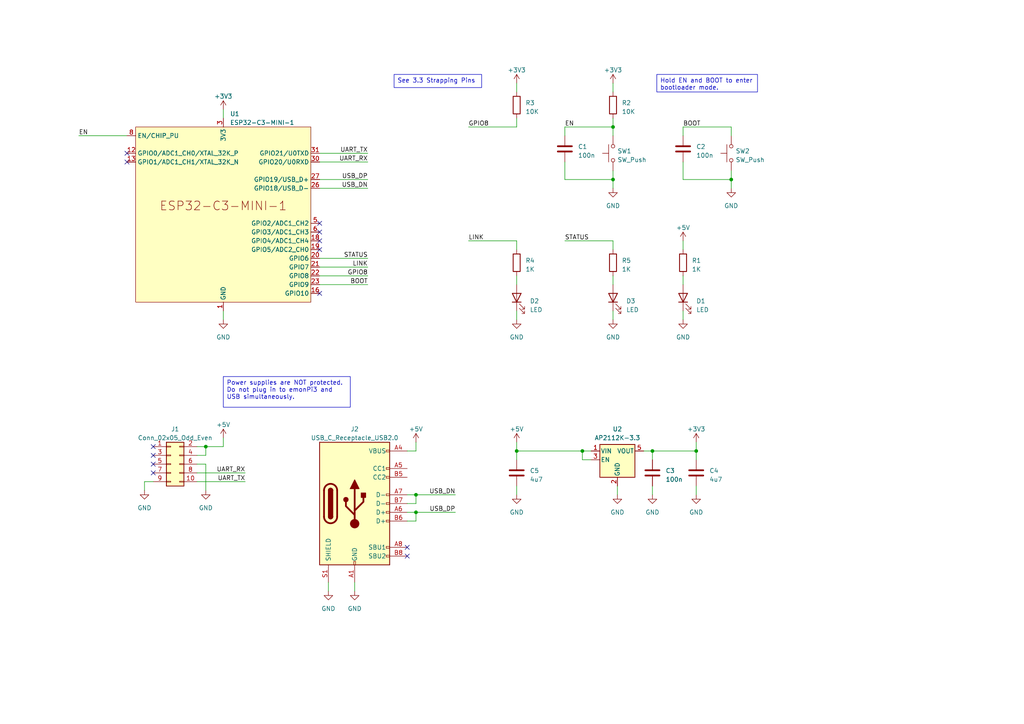
<source format=kicad_sch>
(kicad_sch (version 20230121) (generator eeschema)
  (paper "A4")
  (title_block (title "WiFi 26") (date "2024-03-24") (rev "v0.1-dev") (company "Open Energy Monitor / Tilt Ltd"))
  (lib_symbols
    (symbol "Connector:USB_C_Receptacle_USB2.0" (pin_names (offset 1.016))
      (property "Reference" "J" (at -10.16 19.05 0))
      (property "Value" "USB_C_Receptacle_USB2.0" (at 19.05 19.05 0))
      (symbol "USB_C_Receptacle_USB2.0_0_0"
        (rectangle (start -0.254 -17.78) (end 0.254 -16.764))
        (rectangle (start 10.16 -14.986) (end 9.144 -15.494))
        (rectangle (start 10.16 -12.446) (end 9.144 -12.954))
        (rectangle (start 10.16 -4.826) (end 9.144 -5.334))
        (rectangle (start 10.16 -2.286) (end 9.144 -2.794))
        (rectangle (start 10.16 0.254) (end 9.144 -0.254))
        (rectangle (start 10.16 2.794) (end 9.144 2.286))
        (rectangle (start 10.16 7.874) (end 9.144 7.366))
        (rectangle (start 10.16 10.414) (end 9.144 9.906))
        (rectangle (start 10.16 15.494) (end 9.144 14.986))
      )
      (symbol "USB_C_Receptacle_USB2.0_0_1"
        (rectangle (start -10.16 17.78) (end 10.16 -17.78) (stroke (width 0.254)) (fill (type background)))
        (arc (start -8.89 -3.81) (mid -6.985 -5.7067) (end -5.08 -3.81) (stroke (width 0.508)))
        (arc (start -7.62 -3.81) (mid -6.985 -4.4423) (end -6.35 -3.81) (stroke (width 0.254)))
        (arc (start -7.62 -3.81) (mid -6.985 -4.4423) (end -6.35 -3.81) (stroke (width 0.254)) (fill (type outline)))
        (rectangle (start -7.62 -3.81) (end -6.35 3.81) (stroke (width 0.254)) (fill (type outline)))
        (arc (start -6.35 3.81) (mid -6.985 4.4423) (end -7.62 3.81) (stroke (width 0.254)))
        (arc (start -6.35 3.81) (mid -6.985 4.4423) (end -7.62 3.81) (stroke (width 0.254)) (fill (type outline)))
        (arc (start -5.08 3.81) (mid -6.985 5.7067) (end -8.89 3.81) (stroke (width 0.508)))
        (circle (center -2.54 1.143) (radius 0.635) (stroke (width 0.254)) (fill (type outline)))
        (circle (center 0 -5.842) (radius 1.27) (fill (type outline)))
        (polyline (pts (xy -8.89 -3.81) (xy -8.89 3.81)) (stroke (width 0.508)))
        (polyline (pts (xy -5.08 3.81) (xy -5.08 -3.81)) (stroke (width 0.508)))
        (polyline (pts (xy 0 -5.842) (xy 0 4.318)) (stroke (width 0.508)))
        (polyline (pts (xy 0 -3.302) (xy -2.54 -0.762) (xy -2.54 0.508)) (stroke (width 0.508)))
        (polyline (pts (xy 0 -2.032) (xy 2.54 0.508) (xy 2.54 1.778)) (stroke (width 0.508)))
        (polyline (pts (xy -1.27 4.318) (xy 0 6.858) (xy 1.27 4.318) (xy -1.27 4.318)) (stroke (width 0.254)) (fill (type outline)))
        (rectangle (start 1.905 1.778) (end 3.175 3.048) (stroke (width 0.254)) (fill (type outline)))
      )
      (symbol "USB_C_Receptacle_USB2.0_1_1"
        (pin passive line (at 0 -22.86 90) (length 5.08) (name "GND") (number "A1"))
        (pin passive line (at 0 -22.86 90) (length 5.08) hide (name "GND") (number "A12"))
        (pin passive line (at 15.24 15.24 180) (length 5.08) (name "VBUS") (number "A4"))
        (pin bidirectional line (at 15.24 10.16 180) (length 5.08) (name "CC1") (number "A5"))
        (pin bidirectional line (at 15.24 -2.54 180) (length 5.08) (name "D+") (number "A6"))
        (pin bidirectional line (at 15.24 2.54 180) (length 5.08) (name "D-") (number "A7"))
        (pin bidirectional line (at 15.24 -12.7 180) (length 5.08) (name "SBU1") (number "A8"))
        (pin passive line (at 15.24 15.24 180) (length 5.08) hide (name "VBUS") (number "A9"))
        (pin passive line (at 0 -22.86 90) (length 5.08) hide (name "GND") (number "B1"))
        (pin passive line (at 0 -22.86 90) (length 5.08) hide (name "GND") (number "B12"))
        (pin passive line (at 15.24 15.24 180) (length 5.08) hide (name "VBUS") (number "B4"))
        (pin bidirectional line (at 15.24 7.62 180) (length 5.08) (name "CC2") (number "B5"))
        (pin bidirectional line (at 15.24 -5.08 180) (length 5.08) (name "D+") (number "B6"))
        (pin bidirectional line (at 15.24 0 180) (length 5.08) (name "D-") (number "B7"))
        (pin bidirectional line (at 15.24 -15.24 180) (length 5.08) (name "SBU2") (number "B8"))
        (pin passive line (at 15.24 15.24 180) (length 5.08) hide (name "VBUS") (number "B9"))
        (pin passive line (at -7.62 -22.86 90) (length 5.08) (name "SHIELD") (number "S1"))
      )
    )
    (symbol "Connector_Generic:Conn_02x05_Odd_Even" (pin_names (offset 1.016) hide)
      (property "Reference" "J" (at 1.27 7.62 0))
      (property "Value" "Conn_02x05_Odd_Even" (at 1.27 -7.62 0))
      (symbol "Conn_02x05_Odd_Even_1_1"
        (rectangle (start -1.27 -4.953) (end 0 -5.207) (stroke (width 0.1524)))
        (rectangle (start -1.27 -2.413) (end 0 -2.667) (stroke (width 0.1524)))
        (rectangle (start -1.27 0.127) (end 0 -0.127) (stroke (width 0.1524)))
        (rectangle (start -1.27 2.667) (end 0 2.413) (stroke (width 0.1524)))
        (rectangle (start -1.27 5.207) (end 0 4.953) (stroke (width 0.1524)))
        (rectangle (start -1.27 6.35) (end 3.81 -6.35) (stroke (width 0.254)) (fill (type background)))
        (rectangle (start 3.81 -4.953) (end 2.54 -5.207) (stroke (width 0.1524)))
        (rectangle (start 3.81 -2.413) (end 2.54 -2.667) (stroke (width 0.1524)))
        (rectangle (start 3.81 0.127) (end 2.54 -0.127) (stroke (width 0.1524)))
        (rectangle (start 3.81 2.667) (end 2.54 2.413) (stroke (width 0.1524)))
        (rectangle (start 3.81 5.207) (end 2.54 4.953) (stroke (width 0.1524)))
        (pin passive line (at -5.08 5.08 0) (length 3.81) (name "Pin_1") (number "1"))
        (pin passive line (at 7.62 -5.08 180) (length 3.81) (name "Pin_10") (number "10"))
        (pin passive line (at 7.62 5.08 180) (length 3.81) (name "Pin_2") (number "2"))
        (pin passive line (at -5.08 2.54 0) (length 3.81) (name "Pin_3") (number "3"))
        (pin passive line (at 7.62 2.54 180) (length 3.81) (name "Pin_4") (number "4"))
        (pin passive line (at -5.08 0 0) (length 3.81) (name "Pin_5") (number "5"))
        (pin passive line (at 7.62 0 180) (length 3.81) (name "Pin_6") (number "6"))
        (pin passive line (at -5.08 -2.54 0) (length 3.81) (name "Pin_7") (number "7"))
        (pin passive line (at 7.62 -2.54 180) (length 3.81) (name "Pin_8") (number "8"))
        (pin passive line (at -5.08 -5.08 0) (length 3.81) (name "Pin_9") (number "9"))
      )
    )
    (symbol "Device:C" (pin_numbers hide) (pin_names (offset 0.254))
      (property "Reference" "C" (at 0.635 2.54 0))
      (property "Value" "C" (at 0.635 -2.54 0))
      (symbol "C_0_1"
        (polyline (pts (xy -2.032 -0.762) (xy 2.032 -0.762)) (stroke (width 0.508)))
        (polyline (pts (xy -2.032 0.762) (xy 2.032 0.762)) (stroke (width 0.508)))
      )
      (symbol "C_1_1"
        (pin passive line (at 0 3.81 270) (length 2.794) (name "~") (number "1"))
        (pin passive line (at 0 -3.81 90) (length 2.794) (name "~") (number "2"))
      )
    )
    (symbol "Device:LED" (pin_numbers hide) (pin_names (offset 1.016) hide)
      (property "Reference" "D" (at 0 2.54 0))
      (property "Value" "LED" (at 0 -2.54 0))
      (symbol "LED_0_1"
        (polyline (pts (xy -1.27 -1.27) (xy -1.27 1.27)) (stroke (width 0.254)))
        (polyline (pts (xy -1.27 0) (xy 1.27 0)))
        (polyline (pts (xy 1.27 -1.27) (xy 1.27 1.27) (xy -1.27 0) (xy 1.27 -1.27)) (stroke (width 0.254)))
        (polyline (pts (xy -3.048 -0.762) (xy -4.572 -2.286) (xy -3.81 -2.286) (xy -4.572 -2.286) (xy -4.572 -1.524)))
        (polyline (pts (xy -1.778 -0.762) (xy -3.302 -2.286) (xy -2.54 -2.286) (xy -3.302 -2.286) (xy -3.302 -1.524)))
      )
      (symbol "LED_1_1"
        (pin passive line (at -3.81 0 0) (length 2.54) (name "K") (number "1"))
        (pin passive line (at 3.81 0 180) (length 2.54) (name "A") (number "2"))
      )
    )
    (symbol "Device:R" (pin_numbers hide) (pin_names (offset 0))
      (property "Reference" "R" (at 2.032 0 90))
      (property "Value" "R" (at 0 0 90))
      (symbol "R_0_1"
        (rectangle (start -1.016 -2.54) (end 1.016 2.54) (stroke (width 0.254)))
      )
      (symbol "R_1_1"
        (pin passive line (at 0 3.81 270) (length 1.27) (name "~") (number "1"))
        (pin passive line (at 0 -3.81 90) (length 1.27) (name "~") (number "2"))
      )
    )
    (symbol "PCM_Espressif:ESP32-C3-MINI-1"
      (property "Reference" "U" (at -25.4 30.48 0))
      (property "Value" "ESP32-C3-MINI-1" (at -25.4 27.94 0))
      (symbol "ESP32-C3-MINI-1_0_0"
        (text "ESP32-C3-MINI-1" (at 0 2.54 0) (effects (font (size 2.54 2.54))))
      )
      (symbol "ESP32-C3-MINI-1_0_1"
        (rectangle (start -25.4 25.4) (end 25.4 -25.4) (fill (type background)))
      )
      (symbol "ESP32-C3-MINI-1_1_1"
        (pin power_in line (at 0 -27.94 90) (length 2.54) (name "GND") (number "1"))
        (pin no_connect line (at -25.4 2.54 0) (length 2.54) hide (name "NC") (number "10"))
        (pin passive line (at 0 -27.94 90) (length 2.54) hide (name "GND") (number "11"))
        (pin bidirectional line (at -27.94 17.78 0) (length 2.54) (name "GPIO0/ADC1_CH0/XTAL_32K_P") (number "12"))
        (pin bidirectional line (at -27.94 15.24 0) (length 2.54) (name "GPIO1/ADC1_CH1/XTAL_32K_N") (number "13"))
        (pin passive line (at 0 -27.94 90) (length 2.54) hide (name "GND") (number "14"))
        (pin no_connect line (at -25.4 0 0) (length 2.54) hide (name "NC") (number "15"))
        (pin bidirectional line (at 27.94 -22.86 180) (length 2.54) (name "GPIO10") (number "16"))
        (pin no_connect line (at -25.4 -2.54 0) (length 2.54) hide (name "NC") (number "17"))
        (pin bidirectional line (at 27.94 -7.62 180) (length 2.54) (name "GPIO4/ADC1_CH4") (number "18"))
        (pin bidirectional line (at 27.94 -10.16 180) (length 2.54) (name "GPIO5/ADC2_CH0") (number "19"))
        (pin passive line (at 0 -27.94 90) (length 2.54) hide (name "GND") (number "2"))
        (pin bidirectional line (at 27.94 -12.7 180) (length 2.54) (name "GPIO6") (number "20"))
        (pin bidirectional line (at 27.94 -15.24 180) (length 2.54) (name "GPIO7") (number "21"))
        (pin bidirectional line (at 27.94 -17.78 180) (length 2.54) (name "GPIO8") (number "22"))
        (pin bidirectional line (at 27.94 -20.32 180) (length 2.54) (name "GPIO9") (number "23"))
        (pin no_connect line (at -25.4 -5.08 0) (length 2.54) hide (name "NC") (number "24"))
        (pin no_connect line (at -25.4 -7.62 0) (length 2.54) hide (name "NC") (number "25"))
        (pin bidirectional line (at 27.94 7.62 180) (length 2.54) (name "GPIO18/USB_D-") (number "26"))
        (pin bidirectional line (at 27.94 10.16 180) (length 2.54) (name "GPIO19/USB_D+") (number "27"))
        (pin no_connect line (at -25.4 -10.16 0) (length 2.54) hide (name "NC") (number "28"))
        (pin no_connect line (at -25.4 -12.7 0) (length 2.54) hide (name "NC") (number "29"))
        (pin power_in line (at 0 27.94 270) (length 2.54) (name "3V3") (number "3"))
        (pin bidirectional line (at 27.94 15.24 180) (length 2.54) (name "GPIO20/U0RXD") (number "30"))
        (pin bidirectional line (at 27.94 17.78 180) (length 2.54) (name "GPIO21/U0TXD") (number "31"))
        (pin no_connect line (at -25.4 -15.24 0) (length 2.54) hide (name "NC") (number "32"))
        (pin no_connect line (at -25.4 -17.78 0) (length 2.54) hide (name "NC") (number "33"))
        (pin no_connect line (at -25.4 -20.32 0) (length 2.54) hide (name "NC") (number "34"))
        (pin no_connect line (at -25.4 -22.86 0) (length 2.54) hide (name "NC") (number "35"))
        (pin passive line (at 0 -27.94 90) (length 2.54) hide (name "GND") (number "36"))
        (pin passive line (at 0 -27.94 90) (length 2.54) hide (name "GND") (number "37"))
        (pin passive line (at 0 -27.94 90) (length 2.54) hide (name "GND") (number "38"))
        (pin passive line (at 0 -27.94 90) (length 2.54) hide (name "GND") (number "39"))
        (pin no_connect line (at -25.4 10.16 0) (length 2.54) hide (name "NC") (number "4"))
        (pin passive line (at 0 -27.94 90) (length 2.54) hide (name "GND") (number "40"))
        (pin passive line (at 0 -27.94 90) (length 2.54) hide (name "GND") (number "41"))
        (pin passive line (at 0 -27.94 90) (length 2.54) hide (name "GND") (number "42"))
        (pin passive line (at 0 -27.94 90) (length 2.54) hide (name "GND") (number "43"))
        (pin passive line (at 0 -27.94 90) (length 2.54) hide (name "GND") (number "44"))
        (pin passive line (at 0 -27.94 90) (length 2.54) hide (name "GND") (number "45"))
        (pin passive line (at 0 -27.94 90) (length 2.54) hide (name "GND") (number "46"))
        (pin passive line (at 0 -27.94 90) (length 2.54) hide (name "GND") (number "47"))
        (pin passive line (at 0 -27.94 90) (length 2.54) hide (name "GND") (number "48"))
        (pin passive line (at 0 -27.94 90) (length 2.54) hide (name "GND") (number "49"))
        (pin bidirectional line (at 27.94 -2.54 180) (length 2.54) (name "GPIO2/ADC1_CH2") (number "5"))
        (pin passive line (at 0 -27.94 90) (length 2.54) hide (name "GND") (number "50"))
        (pin passive line (at 0 -27.94 90) (length 2.54) hide (name "GND") (number "51"))
        (pin passive line (at 0 -27.94 90) (length 2.54) hide (name "GND") (number "52"))
        (pin passive line (at 0 -27.94 90) (length 2.54) hide (name "GND") (number "53"))
        (pin bidirectional line (at 27.94 -5.08 180) (length 2.54) (name "GPIO3/ADC1_CH3") (number "6"))
        (pin no_connect line (at -25.4 7.62 0) (length 2.54) hide (name "NC") (number "7"))
        (pin input line (at -27.94 22.86 0) (length 2.54) (name "EN/CHIP_PU") (number "8"))
        (pin no_connect line (at -25.4 5.08 0) (length 2.54) hide (name "NC") (number "9"))
      )
    )
    (symbol "Regulator_Linear:AP2112K-3.3" (pin_names (offset 0.254))
      (property "Reference" "U" (at -5.08 5.715 0))
      (property "Value" "AP2112K-3.3" (at 0 5.715 0))
      (symbol "AP2112K-3.3_0_1"
        (rectangle (start -5.08 4.445) (end 5.08 -5.08) (stroke (width 0.254)) (fill (type background)))
      )
      (symbol "AP2112K-3.3_1_1"
        (pin power_in line (at -7.62 2.54 0) (length 2.54) (name "VIN") (number "1"))
        (pin power_in line (at 0 -7.62 90) (length 2.54) (name "GND") (number "2"))
        (pin input line (at -7.62 0 0) (length 2.54) (name "EN") (number "3"))
        (pin no_connect line (at 5.08 0 180) (length 2.54) hide (name "NC") (number "4"))
        (pin power_out line (at 7.62 2.54 180) (length 2.54) (name "VOUT") (number "5"))
      )
    )
    (symbol "Switch:SW_Push" (pin_numbers hide) (pin_names (offset 1.016) hide)
      (property "Reference" "SW" (at 1.27 2.54 0))
      (property "Value" "SW_Push" (at 0 -1.524 0))
      (symbol "SW_Push_0_1"
        (circle (center -2.032 0) (radius 0.508))
        (polyline (pts (xy 0 1.27) (xy 0 3.048)))
        (polyline (pts (xy 2.54 1.27) (xy -2.54 1.27)))
        (circle (center 2.032 0) (radius 0.508))
        (pin passive line (at -5.08 0 0) (length 2.54) (name "1") (number "1"))
        (pin passive line (at 5.08 0 180) (length 2.54) (name "2") (number "2"))
      )
    )
    (symbol "power:+3V3" (power) (pin_names (offset 0))
      (property "Value" "+3V3" (at 0 3.556 0))
      (symbol "+3V3_0_1"
        (polyline (pts (xy -0.762 1.27) (xy 0 2.54)))
        (polyline (pts (xy 0 0) (xy 0 2.54)))
        (polyline (pts (xy 0 2.54) (xy 0.762 1.27)))
      )
      (symbol "+3V3_1_1"
        (pin power_in line (at 0 0 90) (length 0) hide (name "+3V3") (number "1"))
      )
    )
    (symbol "power:+5V" (power) (pin_names (offset 0))
      (property "Value" "+5V" (at 0 3.556 0))
      (symbol "+5V_0_1"
        (polyline (pts (xy -0.762 1.27) (xy 0 2.54)))
        (polyline (pts (xy 0 0) (xy 0 2.54)))
        (polyline (pts (xy 0 2.54) (xy 0.762 1.27)))
      )
      (symbol "+5V_1_1"
        (pin power_in line (at 0 0 90) (length 0) hide (name "+5V") (number "1"))
      )
    )
    (symbol "power:GND" (power) (pin_names (offset 0))
      (property "Value" "GND" (at 0 -3.81 0))
      (symbol "GND_0_1"
        (polyline (pts (xy 0 0) (xy 0 -1.27) (xy 1.27 -1.27) (xy 0 -2.54) (xy -1.27 -1.27) (xy 0 -1.27)))
      )
      (symbol "GND_1_1"
        (pin power_in line (at 0 0 270) (length 0) hide (name "GND") (number "1"))
      )
    )
  )
  (junction (at 120.65 143.51))
  (junction (at 212.09 52.07))
  (junction (at 177.8 52.07))
  (junction (at 149.86 130.81))
  (junction (at 59.69 129.54))
  (junction (at 168.91 130.81))
  (junction (at 189.23 130.81))
  (junction (at 201.93 130.81))
  (junction (at 120.65 148.59))
  (junction (at 177.8 36.83))
  (no_connect (at 36.83 46.99))
  (no_connect (at 118.11 161.29))
  (no_connect (at 118.11 158.75))
  (no_connect (at 44.45 129.54))
  (no_connect (at 92.71 67.31))
  (no_connect (at 92.71 72.39))
  (no_connect (at 44.45 132.08))
  (no_connect (at 92.71 64.77))
  (no_connect (at 92.71 69.85))
  (no_connect (at 44.45 137.16))
  (no_connect (at 44.45 134.62))
  (no_connect (at 36.83 44.45))
  (no_connect (at 92.71 85.09))
  (wire (pts (xy 198.12 39.37) (xy 198.12 36.83)))
  (wire (pts (xy 149.86 24.13) (xy 149.86 26.67)))
  (wire (pts (xy 163.83 52.07) (xy 177.8 52.07)))
  (wire (pts (xy 177.8 24.13) (xy 177.8 26.67)))
  (wire (pts (xy 198.12 52.07) (xy 212.09 52.07)))
  (wire (pts (xy 92.71 44.45) (xy 106.68 44.45)))
  (wire (pts (xy 64.77 90.17) (xy 64.77 92.71)))
  (wire (pts (xy 177.8 80.01) (xy 177.8 82.55)))
  (wire (pts (xy 201.93 140.97) (xy 201.93 143.51)))
  (wire (pts (xy 149.86 130.81) (xy 149.86 133.35)))
  (wire (pts (xy 177.8 52.07) (xy 177.8 49.53)))
  (wire (pts (xy 120.65 143.51) (xy 132.08 143.51)))
  (wire (pts (xy 57.15 139.7) (xy 71.12 139.7)))
  (wire (pts (xy 177.8 90.17) (xy 177.8 92.71)))
  (wire (pts (xy 95.25 168.91) (xy 95.25 171.45)))
  (wire (pts (xy 177.8 34.29) (xy 177.8 36.83)))
  (wire (pts (xy 118.11 148.59) (xy 120.65 148.59)))
  (wire (pts (xy 189.23 130.81) (xy 201.93 130.81)))
  (wire (pts (xy 163.83 46.99) (xy 163.83 52.07)))
  (wire (pts (xy 120.65 148.59) (xy 120.65 151.13)))
  (wire (pts (xy 57.15 134.62) (xy 59.69 134.62)))
  (wire (pts (xy 120.65 151.13) (xy 118.11 151.13)))
  (wire (pts (xy 57.15 137.16) (xy 71.12 137.16)))
  (wire (pts (xy 198.12 36.83) (xy 212.09 36.83)))
  (wire (pts (xy 198.12 46.99) (xy 198.12 52.07)))
  (wire (pts (xy 120.65 130.81) (xy 120.65 128.27)))
  (wire (pts (xy 64.77 129.54) (xy 64.77 127)))
  (wire (pts (xy 189.23 130.81) (xy 189.23 133.35)))
  (wire (pts (xy 57.15 132.08) (xy 59.69 132.08)))
  (wire (pts (xy 168.91 133.35) (xy 168.91 130.81)))
  (wire (pts (xy 92.71 82.55) (xy 106.68 82.55)))
  (wire (pts (xy 92.71 80.01) (xy 106.68 80.01)))
  (wire (pts (xy 198.12 69.85) (xy 198.12 72.39)))
  (wire (pts (xy 149.86 34.29) (xy 149.86 36.83)))
  (wire (pts (xy 149.86 80.01) (xy 149.86 82.55)))
  (wire (pts (xy 163.83 36.83) (xy 177.8 36.83)))
  (wire (pts (xy 189.23 140.97) (xy 189.23 143.51)))
  (wire (pts (xy 92.71 77.47) (xy 106.68 77.47)))
  (wire (pts (xy 177.8 52.07) (xy 177.8 54.61)))
  (wire (pts (xy 201.93 128.27) (xy 201.93 130.81)))
  (wire (pts (xy 92.71 52.07) (xy 106.68 52.07)))
  (wire (pts (xy 92.71 74.93) (xy 106.68 74.93)))
  (wire (pts (xy 120.65 148.59) (xy 132.08 148.59)))
  (wire (pts (xy 59.69 129.54) (xy 64.77 129.54)))
  (wire (pts (xy 171.45 130.81) (xy 168.91 130.81)))
  (wire (pts (xy 163.83 39.37) (xy 163.83 36.83)))
  (wire (pts (xy 41.91 139.7) (xy 41.91 142.24)))
  (wire (pts (xy 118.11 130.81) (xy 120.65 130.81)))
  (wire (pts (xy 149.86 69.85) (xy 149.86 72.39)))
  (wire (pts (xy 177.8 69.85) (xy 177.8 72.39)))
  (wire (pts (xy 212.09 52.07) (xy 212.09 54.61)))
  (wire (pts (xy 120.65 143.51) (xy 118.11 143.51)))
  (wire (pts (xy 163.83 69.85) (xy 177.8 69.85)))
  (wire (pts (xy 171.45 133.35) (xy 168.91 133.35)))
  (wire (pts (xy 212.09 36.83) (xy 212.09 39.37)))
  (wire (pts (xy 186.69 130.81) (xy 189.23 130.81)))
  (wire (pts (xy 177.8 36.83) (xy 177.8 39.37)))
  (wire (pts (xy 92.71 54.61) (xy 106.68 54.61)))
  (wire (pts (xy 135.89 69.85) (xy 149.86 69.85)))
  (wire (pts (xy 57.15 129.54) (xy 59.69 129.54)))
  (wire (pts (xy 59.69 132.08) (xy 59.69 129.54)))
  (wire (pts (xy 92.71 46.99) (xy 106.68 46.99)))
  (wire (pts (xy 201.93 130.81) (xy 201.93 133.35)))
  (wire (pts (xy 212.09 52.07) (xy 212.09 49.53)))
  (wire (pts (xy 135.89 36.83) (xy 149.86 36.83)))
  (wire (pts (xy 22.86 39.37) (xy 36.83 39.37)))
  (wire (pts (xy 44.45 139.7) (xy 41.91 139.7)))
  (wire (pts (xy 198.12 90.17) (xy 198.12 92.71)))
  (wire (pts (xy 120.65 146.05) (xy 120.65 143.51)))
  (wire (pts (xy 149.86 130.81) (xy 168.91 130.81)))
  (wire (pts (xy 149.86 140.97) (xy 149.86 143.51)))
  (wire (pts (xy 64.77 31.75) (xy 64.77 34.29)))
  (wire (pts (xy 179.07 140.97) (xy 179.07 143.51)))
  (wire (pts (xy 149.86 90.17) (xy 149.86 92.71)))
  (wire (pts (xy 118.11 146.05) (xy 120.65 146.05)))
  (wire (pts (xy 102.87 168.91) (xy 102.87 171.45)))
  (wire (pts (xy 149.86 128.27) (xy 149.86 130.81)))
  (wire (pts (xy 198.12 80.01) (xy 198.12 82.55)))
  (wire (pts (xy 59.69 134.62) (xy 59.69 142.24)))
  (text_box "Power supplies are NOT protected. Do not plug in to emonPi3 and USB simultaneously." (at 64.77 109.22 0) (size 36.83 8.89) (effects (font (size 1.27 1.27)) (justify left top)))
  (text_box "Hold EN and BOOT to enter\nbootloader mode." (at 190.5 21.59 0) (size 29.21 5.08) (effects (font (size 1.27 1.27)) (justify left top)))
  (text_box "See 3.3 Strapping Pins" (at 114.3 21.59 0) (size 25.4 3.81) (effects (font (size 1.27 1.27)) (justify left top)))
  (label "UART_TX" (at 71.12 139.7 180))
  (label "UART_TX" (at 106.68 44.45 180))
  (label "BOOT" (at 106.68 82.55 180))
  (label "USB_DN" (at 132.08 143.51 180))
  (label "EN" (at 163.83 36.83 0))
  (label "EN" (at 22.86 39.37 0))
  (label "USB_DP" (at 106.68 52.07 180))
  (label "STATUS" (at 163.83 69.85 0))
  (label "GPIO8" (at 106.68 80.01 180))
  (label "BOOT" (at 198.12 36.83 0))
  (label "STATUS" (at 106.68 74.93 180))
  (label "LINK" (at 106.68 77.47 180))
  (label "USB_DP" (at 132.08 148.59 180))
  (label "LINK" (at 135.89 69.85 0))
  (label "UART_RX" (at 71.12 137.16 180))
  (label "UART_RX" (at 106.68 46.99 180))
  (label "GPIO8" (at 135.89 36.83 0))
  (label "USB_DN" (at 106.68 54.61 180))
  (symbol (lib_id "power:GND") (at 149.86 92.71 0) (unit 1)
    (property "Reference" "#PWR023" (effects hide))
    (property "Value" "GND" (at 149.86 97.79 0))
  )
  (symbol (lib_id "Device:LED") (at 149.86 86.36 90) (unit 1)
    (property "Reference" "D2" (at 153.67 87.3125 90) (effects (justify right)))
    (property "Value" "LED" (at 153.67 89.8525 90) (effects (justify right)))
    (property "Footprint" "LED_SMD:LED_0805_2012Metric" (effects hide))
  )
  (symbol (lib_id "Device:R") (at 177.8 30.48 0) (unit 1)
    (property "Reference" "R2" (at 180.34 29.845 0) (effects (justify left)))
    (property "Value" "10K" (at 180.34 32.385 0) (effects (justify left)))
    (property "Footprint" "Resistor_SMD:R_0603_1608Metric" (effects hide))
  )
  (symbol (lib_id "power:GND") (at 102.87 171.45 0) (unit 1)
    (property "Reference" "#PWR020" (effects hide))
    (property "Value" "GND" (at 102.87 176.53 0))
  )
  (symbol (lib_id "power:+3V3") (at 177.8 24.13 0) (unit 1)
    (property "Reference" "#PWR014" (effects hide))
    (property "Value" "+3V3" (at 177.8 20.32 0))
  )
  (symbol (lib_id "Device:R") (at 177.8 76.2 0) (unit 1)
    (property "Reference" "R5" (at 180.34 75.565 0) (effects (justify left)))
    (property "Value" "1K" (at 180.34 78.105 0) (effects (justify left)))
    (property "Footprint" "Resistor_SMD:R_0603_1608Metric" (effects hide))
  )
  (symbol (lib_id "power:+5V") (at 149.86 128.27 0) (unit 1)
    (property "Reference" "#PWR011" (effects hide))
    (property "Value" "+5V" (at 149.86 124.46 0))
  )
  (symbol (lib_id "power:+3V3") (at 64.77 31.75 0) (unit 1)
    (property "Reference" "#PWR01" (effects hide))
    (property "Value" "+3V3" (at 64.77 27.94 0))
  )
  (symbol (lib_id "Device:R") (at 149.86 30.48 0) (unit 1)
    (property "Reference" "R3" (at 152.4 29.845 0) (effects (justify left)))
    (property "Value" "10K" (at 152.4 32.385 0) (effects (justify left)))
    (property "Footprint" "Resistor_SMD:R_0603_1608Metric" (effects hide))
  )
  (symbol (lib_id "power:GND") (at 59.69 142.24 0) (unit 1)
    (property "Reference" "#PWR016" (effects hide))
    (property "Value" "GND" (at 59.69 147.32 0))
  )
  (symbol (lib_id "power:+3V3") (at 201.93 128.27 0) (unit 1)
    (property "Reference" "#PWR08" (effects hide))
    (property "Value" "+3V3" (at 201.93 124.46 0))
  )
  (symbol (lib_id "power:GND") (at 212.09 54.61 0) (unit 1)
    (property "Reference" "#PWR03" (effects hide))
    (property "Value" "GND" (at 212.09 59.69 0))
  )
  (symbol (lib_id "Connector:USB_C_Receptacle_USB2.0") (at 102.87 146.05 0) (unit 1)
    (property "Reference" "J2" (at 102.87 124.46 0))
    (property "Value" "USB_C_Receptacle_USB2.0" (at 102.87 127 0))
    (property "Footprint" "valcon-usb:CSP-USC16-TR" (effects hide))
    (property "Datasheet" "https://www.usb.org/sites/default/files/documents/usb_type-c.zip" (effects hide))
  )
  (symbol (lib_id "power:GND") (at 149.86 143.51 0) (unit 1)
    (property "Reference" "#PWR010" (effects hide))
    (property "Value" "GND" (at 149.86 148.59 0))
  )
  (symbol (lib_id "power:GND") (at 198.12 92.71 0) (unit 1)
    (property "Reference" "#PWR013" (effects hide))
    (property "Value" "GND" (at 198.12 97.79 0))
  )
  (symbol (lib_id "power:GND") (at 64.77 92.71 0) (unit 1)
    (property "Reference" "#PWR02" (effects hide))
    (property "Value" "GND" (at 64.77 97.79 0))
  )
  (symbol (lib_id "Device:R") (at 149.86 76.2 0) (unit 1)
    (property "Reference" "R4" (at 152.4 75.565 0) (effects (justify left)))
    (property "Value" "1K" (at 152.4 78.105 0) (effects (justify left)))
    (property "Footprint" "Resistor_SMD:R_0603_1608Metric" (effects hide))
  )
  (symbol (lib_id "Switch:SW_Push") (at 212.09 44.45 90) (unit 1)
    (property "Reference" "SW2" (at 213.36 43.815 90) (effects (justify right)))
    (property "Value" "SW_Push" (at 213.36 46.355 90) (effects (justify right)))
    (property "Footprint" "Button_Switch_SMD:SW_Tactile_SPST_NO_Straight_CK_PTS636Sx25SMTRLFS" (effects hide))
  )
  (symbol (lib_id "Device:C") (at 201.93 137.16 0) (unit 1)
    (property "Reference" "C4" (at 205.74 136.525 0) (effects (justify left)))
    (property "Value" "4u7" (at 205.74 139.065 0) (effects (justify left)))
    (property "Footprint" "Capacitor_SMD:C_0603_1608Metric" (effects hide))
  )
  (symbol (lib_id "PCM_Espressif:ESP32-C3-MINI-1") (at 64.77 62.23 0) (unit 1)
    (property "Reference" "U1" (at 66.7259 33.02 0) (effects (justify left)))
    (property "Value" "ESP32-C3-MINI-1" (at 66.7259 35.56 0) (effects (justify left)))
    (property "Footprint" "PCM_Espressif:ESP32-C3-MINI-1" (effects hide))
    (property "Datasheet" "https://www.espressif.com/sites/default/files/documentation/esp32-c3-mini-1_datasheet_en.pdf" (effects hide))
  )
  (symbol (lib_id "power:GND") (at 179.07 143.51 0) (unit 1)
    (property "Reference" "#PWR05" (effects hide))
    (property "Value" "GND" (at 179.07 148.59 0))
  )
  (symbol (lib_id "Connector_Generic:Conn_02x05_Odd_Even") (at 49.53 134.62 0) (unit 1)
    (property "Reference" "J1" (at 50.8 124.46 0))
    (property "Value" "Conn_02x05_Odd_Even" (at 50.8 127 0))
    (property "Footprint" "Connector_PinHeader_2.54mm:PinHeader_2x05_P2.54mm_Vertical" (effects hide))
  )
  (symbol (lib_id "Device:C") (at 189.23 137.16 0) (unit 1)
    (property "Reference" "C3" (at 193.04 136.525 0) (effects (justify left)))
    (property "Value" "100n" (at 193.04 139.065 0) (effects (justify left)))
    (property "Footprint" "Capacitor_SMD:C_0603_1608Metric" (effects hide))
  )
  (symbol (lib_id "power:+5V") (at 64.77 127 0) (unit 1)
    (property "Reference" "#PWR015" (effects hide))
    (property "Value" "+5V" (at 64.77 123.19 0))
  )
  (symbol (lib_id "power:GND") (at 41.91 142.24 0) (unit 1)
    (property "Reference" "#PWR017" (effects hide))
    (property "Value" "GND" (at 41.91 147.32 0))
  )
  (symbol (lib_id "power:GND") (at 177.8 92.71 0) (unit 1)
    (property "Reference" "#PWR025" (effects hide))
    (property "Value" "GND" (at 177.8 97.79 0))
  )
  (symbol (lib_id "Device:R") (at 198.12 76.2 0) (unit 1)
    (property "Reference" "R1" (at 200.66 75.565 0) (effects (justify left)))
    (property "Value" "1K" (at 200.66 78.105 0) (effects (justify left)))
    (property "Footprint" "Resistor_SMD:R_0603_1608Metric" (effects hide))
  )
  (symbol (lib_id "Switch:SW_Push") (at 177.8 44.45 90) (unit 1)
    (property "Reference" "SW1" (at 179.07 43.815 90) (effects (justify right)))
    (property "Value" "SW_Push" (at 179.07 46.355 90) (effects (justify right)))
    (property "Footprint" "Button_Switch_SMD:SW_Tactile_SPST_NO_Straight_CK_PTS636Sx25SMTRLFS" (effects hide))
  )
  (symbol (lib_id "power:GND") (at 201.93 143.51 0) (unit 1)
    (property "Reference" "#PWR07" (effects hide))
    (property "Value" "GND" (at 201.93 148.59 0))
  )
  (symbol (lib_id "Device:LED") (at 177.8 86.36 90) (unit 1)
    (property "Reference" "D3" (at 181.61 87.3125 90) (effects (justify right)))
    (property "Value" "LED" (at 181.61 89.8525 90) (effects (justify right)))
    (property "Footprint" "LED_SMD:LED_0805_2012Metric" (effects hide))
  )
  (symbol (lib_id "power:+5V") (at 198.12 69.85 0) (unit 1)
    (property "Reference" "#PWR09" (effects hide))
    (property "Value" "+5V" (at 198.12 66.04 0))
  )
  (symbol (lib_id "power:+3V3") (at 149.86 24.13 0) (unit 1)
    (property "Reference" "#PWR018" (effects hide))
    (property "Value" "+3V3" (at 149.86 20.32 0))
  )
  (symbol (lib_id "Regulator_Linear:AP2112K-3.3") (at 179.07 133.35 0) (unit 1)
    (property "Reference" "U2" (at 179.07 124.46 0))
    (property "Value" "AP2112K-3.3" (at 179.07 127 0))
    (property "Footprint" "Package_TO_SOT_SMD:SOT-23-5" (effects hide))
    (property "Datasheet" "https://www.diodes.com/assets/Datasheets/AP2112.pdf" (effects hide))
  )
  (symbol (lib_id "power:GND") (at 177.8 54.61 0) (unit 1)
    (property "Reference" "#PWR04" (effects hide))
    (property "Value" "GND" (at 177.8 59.69 0))
  )
  (symbol (lib_id "power:GND") (at 189.23 143.51 0) (unit 1)
    (property "Reference" "#PWR06" (effects hide))
    (property "Value" "GND" (at 189.23 148.59 0))
  )
  (symbol (lib_id "Device:C") (at 198.12 43.18 0) (unit 1)
    (property "Reference" "C2" (at 201.93 42.545 0) (effects (justify left)))
    (property "Value" "100n" (at 201.93 45.085 0) (effects (justify left)))
    (property "Footprint" "Capacitor_SMD:C_0603_1608Metric" (effects hide))
  )
  (symbol (lib_id "power:+5V") (at 120.65 128.27 0) (unit 1)
    (property "Reference" "#PWR021" (effects hide))
    (property "Value" "+5V" (at 120.65 124.46 0))
  )
  (symbol (lib_id "Device:LED") (at 198.12 86.36 90) (unit 1)
    (property "Reference" "D1" (at 201.93 87.3125 90) (effects (justify right)))
    (property "Value" "LED" (at 201.93 89.8525 90) (effects (justify right)))
    (property "Footprint" "LED_SMD:LED_0805_2012Metric" (effects hide))
  )
  (symbol (lib_id "Device:C") (at 149.86 137.16 0) (unit 1)
    (property "Reference" "C5" (at 153.67 136.525 0) (effects (justify left)))
    (property "Value" "4u7" (at 153.67 139.065 0) (effects (justify left)))
    (property "Footprint" "Capacitor_SMD:C_0603_1608Metric" (effects hide))
  )
  (symbol (lib_id "power:GND") (at 95.25 171.45 0) (unit 1)
    (property "Reference" "#PWR019" (effects hide))
    (property "Value" "GND" (at 95.25 176.53 0))
  )
  (symbol (lib_id "Device:C") (at 163.83 43.18 0) (unit 1)
    (property "Reference" "C1" (at 167.64 42.545 0) (effects (justify left)))
    (property "Value" "100n" (at 167.64 45.085 0) (effects (justify left)))
    (property "Footprint" "Capacitor_SMD:C_0603_1608Metric" (effects hide))
  )
)
</source>
